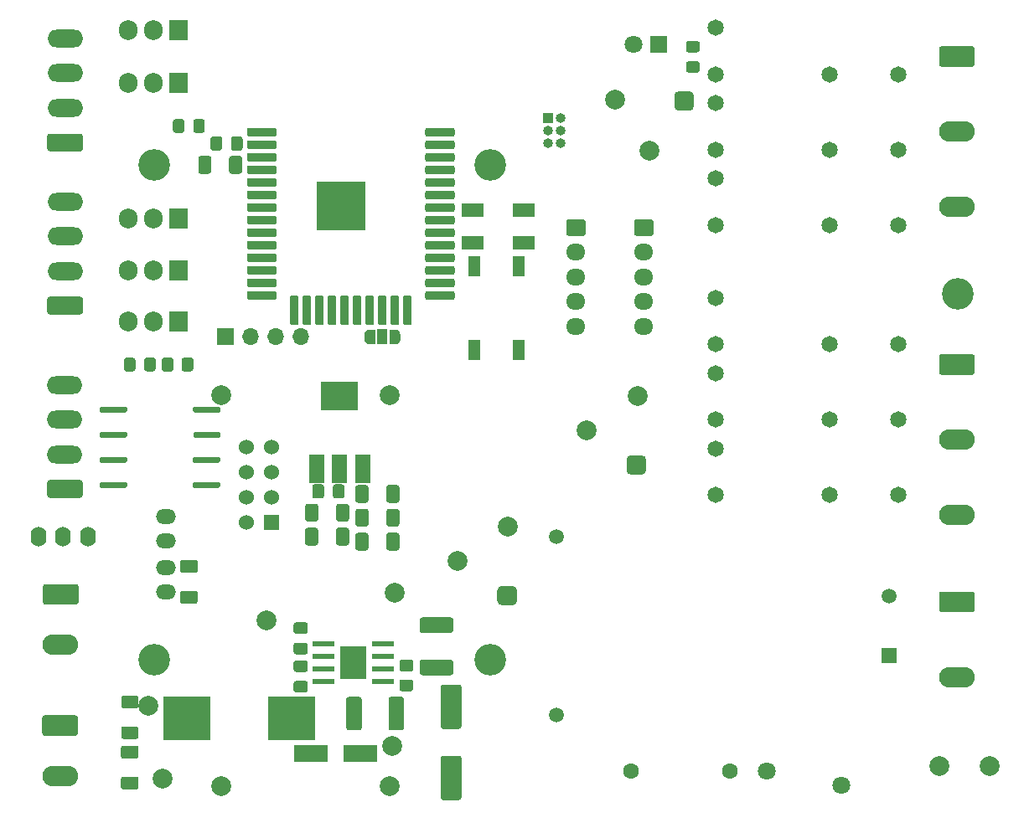
<source format=gts>
G04 #@! TF.GenerationSoftware,KiCad,Pcbnew,(5.1.8)-1*
G04 #@! TF.CreationDate,2021-05-03T11:51:10+02:00*
G04 #@! TF.ProjectId,sensactOutdoor,73656e73-6163-4744-9f75-74646f6f722e,rev?*
G04 #@! TF.SameCoordinates,Original*
G04 #@! TF.FileFunction,Soldermask,Top*
G04 #@! TF.FilePolarity,Negative*
%FSLAX46Y46*%
G04 Gerber Fmt 4.6, Leading zero omitted, Abs format (unit mm)*
G04 Created by KiCad (PCBNEW (5.1.8)-1) date 2021-05-03 11:51:10*
%MOMM*%
%LPD*%
G01*
G04 APERTURE LIST*
%ADD10O,2.000000X1.500000*%
%ADD11R,1.300000X2.000000*%
%ADD12C,2.000000*%
%ADD13R,2.200000X1.400000*%
%ADD14O,1.000000X1.000000*%
%ADD15R,1.000000X1.000000*%
%ADD16C,1.524000*%
%ADD17R,1.524000X1.524000*%
%ADD18C,1.650000*%
%ADD19O,3.600000X1.800000*%
%ADD20O,1.950000X1.700000*%
%ADD21C,1.500000*%
%ADD22R,1.500000X1.500000*%
%ADD23C,1.800000*%
%ADD24O,1.600000X2.000000*%
%ADD25C,1.600000*%
%ADD26O,1.700000X1.700000*%
%ADD27R,1.700000X1.700000*%
%ADD28R,1.000000X1.500000*%
%ADD29C,0.100000*%
%ADD30C,3.200000*%
%ADD31O,3.600000X2.100000*%
%ADD32R,4.800000X4.500000*%
%ADD33R,2.200000X0.600000*%
%ADD34O,1.905000X2.000000*%
%ADD35R,1.905000X2.000000*%
%ADD36R,5.000000X5.000000*%
%ADD37R,1.500000X3.000000*%
%ADD38R,3.800000X3.000000*%
%ADD39R,1.800000X1.800000*%
%ADD40O,3.600000X2.080000*%
%ADD41R,3.500000X1.800000*%
G04 APERTURE END LIST*
D10*
X39751000Y-72517000D03*
X39751000Y-74957000D03*
X39751000Y-77697000D03*
X39751000Y-80137000D03*
D11*
X75402000Y-47235000D03*
X70902000Y-47235000D03*
X70902000Y-55635000D03*
X75402000Y-55635000D03*
D12*
X62348000Y-99760000D03*
X45348000Y-99760000D03*
X45348000Y-60260000D03*
X62348000Y-60260000D03*
D13*
X70679000Y-44829000D03*
X70679000Y-41529000D03*
X75879000Y-41529000D03*
X75879000Y-44829000D03*
D14*
X79629000Y-34798000D03*
X78359000Y-34798000D03*
X79629000Y-33528000D03*
X78359000Y-33528000D03*
X79629000Y-32258000D03*
D15*
X78359000Y-32258000D03*
D16*
X47879000Y-65532000D03*
X50419000Y-65532000D03*
X47879000Y-68072000D03*
X50419000Y-68072000D03*
X47879000Y-70612000D03*
X50419000Y-70612000D03*
X47879000Y-73152000D03*
D17*
X50419000Y-73152000D03*
D18*
X113750000Y-62739000D03*
X106750000Y-62739000D03*
X95250000Y-58039000D03*
X95250000Y-62739000D03*
G36*
G01*
X67729199Y-96701600D02*
X69329201Y-96701600D01*
G75*
G02*
X69579200Y-96951599I0J-249999D01*
G01*
X69579200Y-100951601D01*
G75*
G02*
X69329201Y-101201600I-249999J0D01*
G01*
X67729199Y-101201600D01*
G75*
G02*
X67479200Y-100951601I0J249999D01*
G01*
X67479200Y-96951599D01*
G75*
G02*
X67729199Y-96701600I249999J0D01*
G01*
G37*
G36*
G01*
X67729199Y-89501600D02*
X69329201Y-89501600D01*
G75*
G02*
X69579200Y-89751599I0J-249999D01*
G01*
X69579200Y-93751601D01*
G75*
G02*
X69329201Y-94001600I-249999J0D01*
G01*
X67729199Y-94001600D01*
G75*
G02*
X67479200Y-93751601I0J249999D01*
G01*
X67479200Y-89751599D01*
G75*
G02*
X67729199Y-89501600I249999J0D01*
G01*
G37*
D19*
X29514800Y-59223000D03*
X29514800Y-62723000D03*
X29514800Y-66223000D03*
G36*
G01*
X31064800Y-70623000D02*
X27964800Y-70623000D01*
G75*
G02*
X27714800Y-70373000I0J250000D01*
G01*
X27714800Y-69073000D01*
G75*
G02*
X27964800Y-68823000I250000J0D01*
G01*
X31064800Y-68823000D01*
G75*
G02*
X31314800Y-69073000I0J-250000D01*
G01*
X31314800Y-70373000D01*
G75*
G02*
X31064800Y-70623000I-250000J0D01*
G01*
G37*
D12*
X87349000Y-60310000D03*
X82249000Y-63810000D03*
G36*
G01*
X86749000Y-66310000D02*
X87749000Y-66310000D01*
G75*
G02*
X88249000Y-66810000I0J-500000D01*
G01*
X88249000Y-67810000D01*
G75*
G02*
X87749000Y-68310000I-500000J0D01*
G01*
X86749000Y-68310000D01*
G75*
G02*
X86249000Y-67810000I0J500000D01*
G01*
X86249000Y-66810000D01*
G75*
G02*
X86749000Y-66310000I500000J0D01*
G01*
G37*
X37973000Y-91694000D03*
G36*
G01*
X35791000Y-69179500D02*
X35791000Y-69504500D01*
G75*
G02*
X35628500Y-69667000I-162500J0D01*
G01*
X33203500Y-69667000D01*
G75*
G02*
X33041000Y-69504500I0J162500D01*
G01*
X33041000Y-69179500D01*
G75*
G02*
X33203500Y-69017000I162500J0D01*
G01*
X35628500Y-69017000D01*
G75*
G02*
X35791000Y-69179500I0J-162500D01*
G01*
G37*
G36*
G01*
X35791000Y-66639500D02*
X35791000Y-66964500D01*
G75*
G02*
X35628500Y-67127000I-162500J0D01*
G01*
X33203500Y-67127000D01*
G75*
G02*
X33041000Y-66964500I0J162500D01*
G01*
X33041000Y-66639500D01*
G75*
G02*
X33203500Y-66477000I162500J0D01*
G01*
X35628500Y-66477000D01*
G75*
G02*
X35791000Y-66639500I0J-162500D01*
G01*
G37*
G36*
G01*
X35791000Y-64099500D02*
X35791000Y-64424500D01*
G75*
G02*
X35628500Y-64587000I-162500J0D01*
G01*
X33203500Y-64587000D01*
G75*
G02*
X33041000Y-64424500I0J162500D01*
G01*
X33041000Y-64099500D01*
G75*
G02*
X33203500Y-63937000I162500J0D01*
G01*
X35628500Y-63937000D01*
G75*
G02*
X35791000Y-64099500I0J-162500D01*
G01*
G37*
G36*
G01*
X35791000Y-61559500D02*
X35791000Y-61884500D01*
G75*
G02*
X35628500Y-62047000I-162500J0D01*
G01*
X33203500Y-62047000D01*
G75*
G02*
X33041000Y-61884500I0J162500D01*
G01*
X33041000Y-61559500D01*
G75*
G02*
X33203500Y-61397000I162500J0D01*
G01*
X35628500Y-61397000D01*
G75*
G02*
X35791000Y-61559500I0J-162500D01*
G01*
G37*
G36*
G01*
X45216000Y-61559500D02*
X45216000Y-61884500D01*
G75*
G02*
X45053500Y-62047000I-162500J0D01*
G01*
X42628500Y-62047000D01*
G75*
G02*
X42466000Y-61884500I0J162500D01*
G01*
X42466000Y-61559500D01*
G75*
G02*
X42628500Y-61397000I162500J0D01*
G01*
X45053500Y-61397000D01*
G75*
G02*
X45216000Y-61559500I0J-162500D01*
G01*
G37*
G36*
G01*
X45241000Y-64099500D02*
X45241000Y-64424500D01*
G75*
G02*
X45078500Y-64587000I-162500J0D01*
G01*
X42653500Y-64587000D01*
G75*
G02*
X42491000Y-64424500I0J162500D01*
G01*
X42491000Y-64099500D01*
G75*
G02*
X42653500Y-63937000I162500J0D01*
G01*
X45078500Y-63937000D01*
G75*
G02*
X45241000Y-64099500I0J-162500D01*
G01*
G37*
G36*
G01*
X45191000Y-66639500D02*
X45191000Y-66964500D01*
G75*
G02*
X45028500Y-67127000I-162500J0D01*
G01*
X42603500Y-67127000D01*
G75*
G02*
X42441000Y-66964500I0J162500D01*
G01*
X42441000Y-66639500D01*
G75*
G02*
X42603500Y-66477000I162500J0D01*
G01*
X45028500Y-66477000D01*
G75*
G02*
X45191000Y-66639500I0J-162500D01*
G01*
G37*
G36*
G01*
X45191000Y-69179500D02*
X45191000Y-69504500D01*
G75*
G02*
X45028500Y-69667000I-162500J0D01*
G01*
X42603500Y-69667000D01*
G75*
G02*
X42441000Y-69504500I0J162500D01*
G01*
X42441000Y-69179500D01*
G75*
G02*
X42603500Y-69017000I162500J0D01*
G01*
X45028500Y-69017000D01*
G75*
G02*
X45191000Y-69179500I0J-162500D01*
G01*
G37*
G36*
G01*
X41386998Y-80021000D02*
X42687002Y-80021000D01*
G75*
G02*
X42937000Y-80270998I0J-249998D01*
G01*
X42937000Y-81096002D01*
G75*
G02*
X42687002Y-81346000I-249998J0D01*
G01*
X41386998Y-81346000D01*
G75*
G02*
X41137000Y-81096002I0J249998D01*
G01*
X41137000Y-80270998D01*
G75*
G02*
X41386998Y-80021000I249998J0D01*
G01*
G37*
G36*
G01*
X41386998Y-76896000D02*
X42687002Y-76896000D01*
G75*
G02*
X42937000Y-77145998I0J-249998D01*
G01*
X42937000Y-77971002D01*
G75*
G02*
X42687002Y-78221000I-249998J0D01*
G01*
X41386998Y-78221000D01*
G75*
G02*
X41137000Y-77971002I0J249998D01*
G01*
X41137000Y-77145998D01*
G75*
G02*
X41386998Y-76896000I249998J0D01*
G01*
G37*
D20*
X81153000Y-53307000D03*
X81153000Y-50807000D03*
X81153000Y-48307000D03*
X81153000Y-45807000D03*
G36*
G01*
X80428000Y-42457000D02*
X81878000Y-42457000D01*
G75*
G02*
X82128000Y-42707000I0J-250000D01*
G01*
X82128000Y-43907000D01*
G75*
G02*
X81878000Y-44157000I-250000J0D01*
G01*
X80428000Y-44157000D01*
G75*
G02*
X80178000Y-43907000I0J250000D01*
G01*
X80178000Y-42707000D01*
G75*
G02*
X80428000Y-42457000I250000J0D01*
G01*
G37*
G36*
G01*
X41587000Y-32569999D02*
X41587000Y-33470001D01*
G75*
G02*
X41337001Y-33720000I-249999J0D01*
G01*
X40686999Y-33720000D01*
G75*
G02*
X40437000Y-33470001I0J249999D01*
G01*
X40437000Y-32569999D01*
G75*
G02*
X40686999Y-32320000I249999J0D01*
G01*
X41337001Y-32320000D01*
G75*
G02*
X41587000Y-32569999I0J-249999D01*
G01*
G37*
G36*
G01*
X43637000Y-32569999D02*
X43637000Y-33470001D01*
G75*
G02*
X43387001Y-33720000I-249999J0D01*
G01*
X42736999Y-33720000D01*
G75*
G02*
X42487000Y-33470001I0J249999D01*
G01*
X42487000Y-32569999D01*
G75*
G02*
X42736999Y-32320000I249999J0D01*
G01*
X43387001Y-32320000D01*
G75*
G02*
X43637000Y-32569999I0J-249999D01*
G01*
G37*
G36*
G01*
X37534000Y-57600001D02*
X37534000Y-56699999D01*
G75*
G02*
X37783999Y-56450000I249999J0D01*
G01*
X38434001Y-56450000D01*
G75*
G02*
X38684000Y-56699999I0J-249999D01*
G01*
X38684000Y-57600001D01*
G75*
G02*
X38434001Y-57850000I-249999J0D01*
G01*
X37783999Y-57850000D01*
G75*
G02*
X37534000Y-57600001I0J249999D01*
G01*
G37*
G36*
G01*
X35484000Y-57600001D02*
X35484000Y-56699999D01*
G75*
G02*
X35733999Y-56450000I249999J0D01*
G01*
X36384001Y-56450000D01*
G75*
G02*
X36634000Y-56699999I0J-249999D01*
G01*
X36634000Y-57600001D01*
G75*
G02*
X36384001Y-57850000I-249999J0D01*
G01*
X35733999Y-57850000D01*
G75*
G02*
X35484000Y-57600001I0J249999D01*
G01*
G37*
G36*
G01*
X92513999Y-26485000D02*
X93414001Y-26485000D01*
G75*
G02*
X93664000Y-26734999I0J-249999D01*
G01*
X93664000Y-27385001D01*
G75*
G02*
X93414001Y-27635000I-249999J0D01*
G01*
X92513999Y-27635000D01*
G75*
G02*
X92264000Y-27385001I0J249999D01*
G01*
X92264000Y-26734999D01*
G75*
G02*
X92513999Y-26485000I249999J0D01*
G01*
G37*
G36*
G01*
X92513999Y-24435000D02*
X93414001Y-24435000D01*
G75*
G02*
X93664000Y-24684999I0J-249999D01*
G01*
X93664000Y-25335001D01*
G75*
G02*
X93414001Y-25585000I-249999J0D01*
G01*
X92513999Y-25585000D01*
G75*
G02*
X92264000Y-25335001I0J249999D01*
G01*
X92264000Y-24684999D01*
G75*
G02*
X92513999Y-24435000I249999J0D01*
G01*
G37*
G36*
G01*
X40494000Y-56699999D02*
X40494000Y-57600001D01*
G75*
G02*
X40244001Y-57850000I-249999J0D01*
G01*
X39543999Y-57850000D01*
G75*
G02*
X39294000Y-57600001I0J249999D01*
G01*
X39294000Y-56699999D01*
G75*
G02*
X39543999Y-56450000I249999J0D01*
G01*
X40244001Y-56450000D01*
G75*
G02*
X40494000Y-56699999I0J-249999D01*
G01*
G37*
G36*
G01*
X42494000Y-56699999D02*
X42494000Y-57600001D01*
G75*
G02*
X42244001Y-57850000I-249999J0D01*
G01*
X41543999Y-57850000D01*
G75*
G02*
X41294000Y-57600001I0J249999D01*
G01*
X41294000Y-56699999D01*
G75*
G02*
X41543999Y-56450000I249999J0D01*
G01*
X42244001Y-56450000D01*
G75*
G02*
X42494000Y-56699999I0J-249999D01*
G01*
G37*
D18*
X113750000Y-43053000D03*
X106750000Y-43053000D03*
X95250000Y-38353000D03*
X95250000Y-43053000D03*
D21*
X79212000Y-74566000D03*
X79212000Y-92566000D03*
X112812000Y-80566000D03*
D22*
X112812000Y-86566000D03*
D23*
X107957000Y-99698000D03*
X100457000Y-98298000D03*
D24*
X29337000Y-74549000D03*
X26837000Y-74549000D03*
X31837000Y-74549000D03*
D18*
X113750000Y-70358000D03*
X106750000Y-70358000D03*
X95250000Y-65658000D03*
X95250000Y-70358000D03*
D12*
X85075000Y-30400000D03*
X88575000Y-35500000D03*
G36*
G01*
X91075000Y-31000000D02*
X91075000Y-30000000D01*
G75*
G02*
X91575000Y-29500000I500000J0D01*
G01*
X92575000Y-29500000D01*
G75*
G02*
X93075000Y-30000000I0J-500000D01*
G01*
X93075000Y-31000000D01*
G75*
G02*
X92575000Y-31500000I-500000J0D01*
G01*
X91575000Y-31500000D01*
G75*
G02*
X91075000Y-31000000I0J500000D01*
G01*
G37*
X74295000Y-73518000D03*
X69195000Y-77018000D03*
G36*
G01*
X73695000Y-79518000D02*
X74695000Y-79518000D01*
G75*
G02*
X75195000Y-80018000I0J-500000D01*
G01*
X75195000Y-81018000D01*
G75*
G02*
X74695000Y-81518000I-500000J0D01*
G01*
X73695000Y-81518000D01*
G75*
G02*
X73195000Y-81018000I0J500000D01*
G01*
X73195000Y-80018000D01*
G75*
G02*
X73695000Y-79518000I500000J0D01*
G01*
G37*
D18*
X113750000Y-55118000D03*
X106750000Y-55118000D03*
X95250000Y-50418000D03*
X95250000Y-55118000D03*
X113750000Y-35433000D03*
X106750000Y-35433000D03*
X95250000Y-30733000D03*
X95250000Y-35433000D03*
X113750000Y-27813000D03*
X106750000Y-27813000D03*
X95250000Y-23113000D03*
X95250000Y-27813000D03*
D25*
X86741000Y-98298000D03*
X96741000Y-98298000D03*
D12*
X122936000Y-97790000D03*
X117856000Y-97790000D03*
X39370000Y-99060000D03*
X62611000Y-95758000D03*
D26*
X53340000Y-54356000D03*
X50800000Y-54356000D03*
X48260000Y-54356000D03*
D27*
X45720000Y-54356000D03*
D28*
X61595000Y-54356000D03*
D29*
G36*
X60295000Y-55105398D02*
G01*
X60270466Y-55105398D01*
X60221635Y-55100588D01*
X60173510Y-55091016D01*
X60126555Y-55076772D01*
X60081222Y-55057995D01*
X60037949Y-55034864D01*
X59997150Y-55007604D01*
X59959221Y-54976476D01*
X59924524Y-54941779D01*
X59893396Y-54903850D01*
X59866136Y-54863051D01*
X59843005Y-54819778D01*
X59824228Y-54774445D01*
X59809984Y-54727490D01*
X59800412Y-54679365D01*
X59795602Y-54630534D01*
X59795602Y-54606000D01*
X59795000Y-54606000D01*
X59795000Y-54106000D01*
X59795602Y-54106000D01*
X59795602Y-54081466D01*
X59800412Y-54032635D01*
X59809984Y-53984510D01*
X59824228Y-53937555D01*
X59843005Y-53892222D01*
X59866136Y-53848949D01*
X59893396Y-53808150D01*
X59924524Y-53770221D01*
X59959221Y-53735524D01*
X59997150Y-53704396D01*
X60037949Y-53677136D01*
X60081222Y-53654005D01*
X60126555Y-53635228D01*
X60173510Y-53620984D01*
X60221635Y-53611412D01*
X60270466Y-53606602D01*
X60295000Y-53606602D01*
X60295000Y-53606000D01*
X60845000Y-53606000D01*
X60845000Y-55106000D01*
X60295000Y-55106000D01*
X60295000Y-55105398D01*
G37*
G36*
X62345000Y-53606000D02*
G01*
X62895000Y-53606000D01*
X62895000Y-53606602D01*
X62919534Y-53606602D01*
X62968365Y-53611412D01*
X63016490Y-53620984D01*
X63063445Y-53635228D01*
X63108778Y-53654005D01*
X63152051Y-53677136D01*
X63192850Y-53704396D01*
X63230779Y-53735524D01*
X63265476Y-53770221D01*
X63296604Y-53808150D01*
X63323864Y-53848949D01*
X63346995Y-53892222D01*
X63365772Y-53937555D01*
X63380016Y-53984510D01*
X63389588Y-54032635D01*
X63394398Y-54081466D01*
X63394398Y-54106000D01*
X63395000Y-54106000D01*
X63395000Y-54606000D01*
X63394398Y-54606000D01*
X63394398Y-54630534D01*
X63389588Y-54679365D01*
X63380016Y-54727490D01*
X63365772Y-54774445D01*
X63346995Y-54819778D01*
X63323864Y-54863051D01*
X63296604Y-54903850D01*
X63265476Y-54941779D01*
X63230779Y-54976476D01*
X63192850Y-55007604D01*
X63152051Y-55034864D01*
X63108778Y-55057995D01*
X63063445Y-55076772D01*
X63016490Y-55091016D01*
X62968365Y-55100588D01*
X62919534Y-55105398D01*
X62895000Y-55105398D01*
X62895000Y-55106000D01*
X62345000Y-55106000D01*
X62345000Y-53606000D01*
G37*
G36*
G01*
X61987000Y-75707003D02*
X61987000Y-74406997D01*
G75*
G02*
X62236997Y-74157000I249997J0D01*
G01*
X63062003Y-74157000D01*
G75*
G02*
X63312000Y-74406997I0J-249997D01*
G01*
X63312000Y-75707003D01*
G75*
G02*
X63062003Y-75957000I-249997J0D01*
G01*
X62236997Y-75957000D01*
G75*
G02*
X61987000Y-75707003I0J249997D01*
G01*
G37*
G36*
G01*
X58862000Y-75707003D02*
X58862000Y-74406997D01*
G75*
G02*
X59111997Y-74157000I249997J0D01*
G01*
X59937003Y-74157000D01*
G75*
G02*
X60187000Y-74406997I0J-249997D01*
G01*
X60187000Y-75707003D01*
G75*
G02*
X59937003Y-75957000I-249997J0D01*
G01*
X59111997Y-75957000D01*
G75*
G02*
X58862000Y-75707003I0J249997D01*
G01*
G37*
G36*
G01*
X61987000Y-73294003D02*
X61987000Y-71993997D01*
G75*
G02*
X62236997Y-71744000I249997J0D01*
G01*
X63062003Y-71744000D01*
G75*
G02*
X63312000Y-71993997I0J-249997D01*
G01*
X63312000Y-73294003D01*
G75*
G02*
X63062003Y-73544000I-249997J0D01*
G01*
X62236997Y-73544000D01*
G75*
G02*
X61987000Y-73294003I0J249997D01*
G01*
G37*
G36*
G01*
X58862000Y-73294003D02*
X58862000Y-71993997D01*
G75*
G02*
X59111997Y-71744000I249997J0D01*
G01*
X59937003Y-71744000D01*
G75*
G02*
X60187000Y-71993997I0J-249997D01*
G01*
X60187000Y-73294003D01*
G75*
G02*
X59937003Y-73544000I-249997J0D01*
G01*
X59111997Y-73544000D01*
G75*
G02*
X58862000Y-73294003I0J249997D01*
G01*
G37*
D12*
X62865000Y-80264000D03*
X49911000Y-83058000D03*
D30*
X119761000Y-50038000D03*
D31*
X119634000Y-88773000D03*
G36*
G01*
X118083999Y-80103000D02*
X121184001Y-80103000D01*
G75*
G02*
X121434000Y-80352999I0J-249999D01*
G01*
X121434000Y-81953001D01*
G75*
G02*
X121184001Y-82203000I-249999J0D01*
G01*
X118083999Y-82203000D01*
G75*
G02*
X117834000Y-81953001I0J249999D01*
G01*
X117834000Y-80352999D01*
G75*
G02*
X118083999Y-80103000I249999J0D01*
G01*
G37*
X119634000Y-72390000D03*
X119634000Y-64770000D03*
G36*
G01*
X118083999Y-56100000D02*
X121184001Y-56100000D01*
G75*
G02*
X121434000Y-56349999I0J-249999D01*
G01*
X121434000Y-57950001D01*
G75*
G02*
X121184001Y-58200000I-249999J0D01*
G01*
X118083999Y-58200000D01*
G75*
G02*
X117834000Y-57950001I0J249999D01*
G01*
X117834000Y-56349999D01*
G75*
G02*
X118083999Y-56100000I249999J0D01*
G01*
G37*
X119634000Y-41240000D03*
X119634000Y-33620000D03*
G36*
G01*
X118083999Y-24950000D02*
X121184001Y-24950000D01*
G75*
G02*
X121434000Y-25199999I0J-249999D01*
G01*
X121434000Y-26800001D01*
G75*
G02*
X121184001Y-27050000I-249999J0D01*
G01*
X118083999Y-27050000D01*
G75*
G02*
X117834000Y-26800001I0J249999D01*
G01*
X117834000Y-25199999D01*
G75*
G02*
X118083999Y-24950000I249999J0D01*
G01*
G37*
D32*
X52408400Y-92964000D03*
X41808400Y-92964000D03*
D29*
G36*
X59923200Y-85675200D02*
G01*
X59923200Y-88975200D01*
X57323200Y-88975200D01*
X57323200Y-85675200D01*
X59923200Y-85675200D01*
G37*
D33*
X55623200Y-89230200D03*
X55623200Y-87960200D03*
X55623200Y-86690200D03*
X55623200Y-85420200D03*
X61623200Y-85420200D03*
X61623200Y-86690200D03*
X61623200Y-87960200D03*
X61623200Y-89230200D03*
D34*
X35941000Y-28702000D03*
X38481000Y-28702000D03*
D35*
X41021000Y-28702000D03*
G36*
G01*
X68904000Y-33423000D02*
X68904000Y-33873000D01*
G75*
G02*
X68679000Y-34098000I-225000J0D01*
G01*
X66129000Y-34098000D01*
G75*
G02*
X65904000Y-33873000I0J225000D01*
G01*
X65904000Y-33423000D01*
G75*
G02*
X66129000Y-33198000I225000J0D01*
G01*
X68679000Y-33198000D01*
G75*
G02*
X68904000Y-33423000I0J-225000D01*
G01*
G37*
G36*
G01*
X68904000Y-34693000D02*
X68904000Y-35143000D01*
G75*
G02*
X68679000Y-35368000I-225000J0D01*
G01*
X66129000Y-35368000D01*
G75*
G02*
X65904000Y-35143000I0J225000D01*
G01*
X65904000Y-34693000D01*
G75*
G02*
X66129000Y-34468000I225000J0D01*
G01*
X68679000Y-34468000D01*
G75*
G02*
X68904000Y-34693000I0J-225000D01*
G01*
G37*
G36*
G01*
X68904000Y-35963000D02*
X68904000Y-36413000D01*
G75*
G02*
X68679000Y-36638000I-225000J0D01*
G01*
X66129000Y-36638000D01*
G75*
G02*
X65904000Y-36413000I0J225000D01*
G01*
X65904000Y-35963000D01*
G75*
G02*
X66129000Y-35738000I225000J0D01*
G01*
X68679000Y-35738000D01*
G75*
G02*
X68904000Y-35963000I0J-225000D01*
G01*
G37*
G36*
G01*
X68904000Y-37233000D02*
X68904000Y-37683000D01*
G75*
G02*
X68679000Y-37908000I-225000J0D01*
G01*
X66129000Y-37908000D01*
G75*
G02*
X65904000Y-37683000I0J225000D01*
G01*
X65904000Y-37233000D01*
G75*
G02*
X66129000Y-37008000I225000J0D01*
G01*
X68679000Y-37008000D01*
G75*
G02*
X68904000Y-37233000I0J-225000D01*
G01*
G37*
G36*
G01*
X68904000Y-38503000D02*
X68904000Y-38953000D01*
G75*
G02*
X68679000Y-39178000I-225000J0D01*
G01*
X66129000Y-39178000D01*
G75*
G02*
X65904000Y-38953000I0J225000D01*
G01*
X65904000Y-38503000D01*
G75*
G02*
X66129000Y-38278000I225000J0D01*
G01*
X68679000Y-38278000D01*
G75*
G02*
X68904000Y-38503000I0J-225000D01*
G01*
G37*
G36*
G01*
X68904000Y-39773000D02*
X68904000Y-40223000D01*
G75*
G02*
X68679000Y-40448000I-225000J0D01*
G01*
X66129000Y-40448000D01*
G75*
G02*
X65904000Y-40223000I0J225000D01*
G01*
X65904000Y-39773000D01*
G75*
G02*
X66129000Y-39548000I225000J0D01*
G01*
X68679000Y-39548000D01*
G75*
G02*
X68904000Y-39773000I0J-225000D01*
G01*
G37*
G36*
G01*
X68904000Y-41043000D02*
X68904000Y-41493000D01*
G75*
G02*
X68679000Y-41718000I-225000J0D01*
G01*
X66129000Y-41718000D01*
G75*
G02*
X65904000Y-41493000I0J225000D01*
G01*
X65904000Y-41043000D01*
G75*
G02*
X66129000Y-40818000I225000J0D01*
G01*
X68679000Y-40818000D01*
G75*
G02*
X68904000Y-41043000I0J-225000D01*
G01*
G37*
G36*
G01*
X68904000Y-42313000D02*
X68904000Y-42763000D01*
G75*
G02*
X68679000Y-42988000I-225000J0D01*
G01*
X66129000Y-42988000D01*
G75*
G02*
X65904000Y-42763000I0J225000D01*
G01*
X65904000Y-42313000D01*
G75*
G02*
X66129000Y-42088000I225000J0D01*
G01*
X68679000Y-42088000D01*
G75*
G02*
X68904000Y-42313000I0J-225000D01*
G01*
G37*
G36*
G01*
X68904000Y-43583000D02*
X68904000Y-44033000D01*
G75*
G02*
X68679000Y-44258000I-225000J0D01*
G01*
X66129000Y-44258000D01*
G75*
G02*
X65904000Y-44033000I0J225000D01*
G01*
X65904000Y-43583000D01*
G75*
G02*
X66129000Y-43358000I225000J0D01*
G01*
X68679000Y-43358000D01*
G75*
G02*
X68904000Y-43583000I0J-225000D01*
G01*
G37*
G36*
G01*
X68904000Y-44853000D02*
X68904000Y-45303000D01*
G75*
G02*
X68679000Y-45528000I-225000J0D01*
G01*
X66129000Y-45528000D01*
G75*
G02*
X65904000Y-45303000I0J225000D01*
G01*
X65904000Y-44853000D01*
G75*
G02*
X66129000Y-44628000I225000J0D01*
G01*
X68679000Y-44628000D01*
G75*
G02*
X68904000Y-44853000I0J-225000D01*
G01*
G37*
G36*
G01*
X68904000Y-46123000D02*
X68904000Y-46573000D01*
G75*
G02*
X68679000Y-46798000I-225000J0D01*
G01*
X66129000Y-46798000D01*
G75*
G02*
X65904000Y-46573000I0J225000D01*
G01*
X65904000Y-46123000D01*
G75*
G02*
X66129000Y-45898000I225000J0D01*
G01*
X68679000Y-45898000D01*
G75*
G02*
X68904000Y-46123000I0J-225000D01*
G01*
G37*
G36*
G01*
X68904000Y-47393000D02*
X68904000Y-47843000D01*
G75*
G02*
X68679000Y-48068000I-225000J0D01*
G01*
X66129000Y-48068000D01*
G75*
G02*
X65904000Y-47843000I0J225000D01*
G01*
X65904000Y-47393000D01*
G75*
G02*
X66129000Y-47168000I225000J0D01*
G01*
X68679000Y-47168000D01*
G75*
G02*
X68904000Y-47393000I0J-225000D01*
G01*
G37*
G36*
G01*
X68904000Y-48663000D02*
X68904000Y-49113000D01*
G75*
G02*
X68679000Y-49338000I-225000J0D01*
G01*
X66129000Y-49338000D01*
G75*
G02*
X65904000Y-49113000I0J225000D01*
G01*
X65904000Y-48663000D01*
G75*
G02*
X66129000Y-48438000I225000J0D01*
G01*
X68679000Y-48438000D01*
G75*
G02*
X68904000Y-48663000I0J-225000D01*
G01*
G37*
G36*
G01*
X68904000Y-49933000D02*
X68904000Y-50383000D01*
G75*
G02*
X68679000Y-50608000I-225000J0D01*
G01*
X66129000Y-50608000D01*
G75*
G02*
X65904000Y-50383000I0J225000D01*
G01*
X65904000Y-49933000D01*
G75*
G02*
X66129000Y-49708000I225000J0D01*
G01*
X68679000Y-49708000D01*
G75*
G02*
X68904000Y-49933000I0J-225000D01*
G01*
G37*
G36*
G01*
X64344000Y-53158000D02*
X63894000Y-53158000D01*
G75*
G02*
X63669000Y-52933000I0J225000D01*
G01*
X63669000Y-50383000D01*
G75*
G02*
X63894000Y-50158000I225000J0D01*
G01*
X64344000Y-50158000D01*
G75*
G02*
X64569000Y-50383000I0J-225000D01*
G01*
X64569000Y-52933000D01*
G75*
G02*
X64344000Y-53158000I-225000J0D01*
G01*
G37*
G36*
G01*
X63074000Y-53158000D02*
X62624000Y-53158000D01*
G75*
G02*
X62399000Y-52933000I0J225000D01*
G01*
X62399000Y-50383000D01*
G75*
G02*
X62624000Y-50158000I225000J0D01*
G01*
X63074000Y-50158000D01*
G75*
G02*
X63299000Y-50383000I0J-225000D01*
G01*
X63299000Y-52933000D01*
G75*
G02*
X63074000Y-53158000I-225000J0D01*
G01*
G37*
G36*
G01*
X61804000Y-53158000D02*
X61354000Y-53158000D01*
G75*
G02*
X61129000Y-52933000I0J225000D01*
G01*
X61129000Y-50383000D01*
G75*
G02*
X61354000Y-50158000I225000J0D01*
G01*
X61804000Y-50158000D01*
G75*
G02*
X62029000Y-50383000I0J-225000D01*
G01*
X62029000Y-52933000D01*
G75*
G02*
X61804000Y-53158000I-225000J0D01*
G01*
G37*
G36*
G01*
X60534000Y-53158000D02*
X60084000Y-53158000D01*
G75*
G02*
X59859000Y-52933000I0J225000D01*
G01*
X59859000Y-50383000D01*
G75*
G02*
X60084000Y-50158000I225000J0D01*
G01*
X60534000Y-50158000D01*
G75*
G02*
X60759000Y-50383000I0J-225000D01*
G01*
X60759000Y-52933000D01*
G75*
G02*
X60534000Y-53158000I-225000J0D01*
G01*
G37*
G36*
G01*
X59264000Y-53158000D02*
X58814000Y-53158000D01*
G75*
G02*
X58589000Y-52933000I0J225000D01*
G01*
X58589000Y-50383000D01*
G75*
G02*
X58814000Y-50158000I225000J0D01*
G01*
X59264000Y-50158000D01*
G75*
G02*
X59489000Y-50383000I0J-225000D01*
G01*
X59489000Y-52933000D01*
G75*
G02*
X59264000Y-53158000I-225000J0D01*
G01*
G37*
G36*
G01*
X57994000Y-53158000D02*
X57544000Y-53158000D01*
G75*
G02*
X57319000Y-52933000I0J225000D01*
G01*
X57319000Y-50383000D01*
G75*
G02*
X57544000Y-50158000I225000J0D01*
G01*
X57994000Y-50158000D01*
G75*
G02*
X58219000Y-50383000I0J-225000D01*
G01*
X58219000Y-52933000D01*
G75*
G02*
X57994000Y-53158000I-225000J0D01*
G01*
G37*
G36*
G01*
X56724000Y-53158000D02*
X56274000Y-53158000D01*
G75*
G02*
X56049000Y-52933000I0J225000D01*
G01*
X56049000Y-50383000D01*
G75*
G02*
X56274000Y-50158000I225000J0D01*
G01*
X56724000Y-50158000D01*
G75*
G02*
X56949000Y-50383000I0J-225000D01*
G01*
X56949000Y-52933000D01*
G75*
G02*
X56724000Y-53158000I-225000J0D01*
G01*
G37*
G36*
G01*
X55454000Y-53158000D02*
X55004000Y-53158000D01*
G75*
G02*
X54779000Y-52933000I0J225000D01*
G01*
X54779000Y-50383000D01*
G75*
G02*
X55004000Y-50158000I225000J0D01*
G01*
X55454000Y-50158000D01*
G75*
G02*
X55679000Y-50383000I0J-225000D01*
G01*
X55679000Y-52933000D01*
G75*
G02*
X55454000Y-53158000I-225000J0D01*
G01*
G37*
G36*
G01*
X54184000Y-53158000D02*
X53734000Y-53158000D01*
G75*
G02*
X53509000Y-52933000I0J225000D01*
G01*
X53509000Y-50383000D01*
G75*
G02*
X53734000Y-50158000I225000J0D01*
G01*
X54184000Y-50158000D01*
G75*
G02*
X54409000Y-50383000I0J-225000D01*
G01*
X54409000Y-52933000D01*
G75*
G02*
X54184000Y-53158000I-225000J0D01*
G01*
G37*
G36*
G01*
X52914000Y-53158000D02*
X52464000Y-53158000D01*
G75*
G02*
X52239000Y-52933000I0J225000D01*
G01*
X52239000Y-50383000D01*
G75*
G02*
X52464000Y-50158000I225000J0D01*
G01*
X52914000Y-50158000D01*
G75*
G02*
X53139000Y-50383000I0J-225000D01*
G01*
X53139000Y-52933000D01*
G75*
G02*
X52914000Y-53158000I-225000J0D01*
G01*
G37*
G36*
G01*
X47904000Y-50383000D02*
X47904000Y-49933000D01*
G75*
G02*
X48129000Y-49708000I225000J0D01*
G01*
X50679000Y-49708000D01*
G75*
G02*
X50904000Y-49933000I0J-225000D01*
G01*
X50904000Y-50383000D01*
G75*
G02*
X50679000Y-50608000I-225000J0D01*
G01*
X48129000Y-50608000D01*
G75*
G02*
X47904000Y-50383000I0J225000D01*
G01*
G37*
G36*
G01*
X47904000Y-49113000D02*
X47904000Y-48663000D01*
G75*
G02*
X48129000Y-48438000I225000J0D01*
G01*
X50679000Y-48438000D01*
G75*
G02*
X50904000Y-48663000I0J-225000D01*
G01*
X50904000Y-49113000D01*
G75*
G02*
X50679000Y-49338000I-225000J0D01*
G01*
X48129000Y-49338000D01*
G75*
G02*
X47904000Y-49113000I0J225000D01*
G01*
G37*
G36*
G01*
X47904000Y-47843000D02*
X47904000Y-47393000D01*
G75*
G02*
X48129000Y-47168000I225000J0D01*
G01*
X50679000Y-47168000D01*
G75*
G02*
X50904000Y-47393000I0J-225000D01*
G01*
X50904000Y-47843000D01*
G75*
G02*
X50679000Y-48068000I-225000J0D01*
G01*
X48129000Y-48068000D01*
G75*
G02*
X47904000Y-47843000I0J225000D01*
G01*
G37*
G36*
G01*
X47904000Y-46573000D02*
X47904000Y-46123000D01*
G75*
G02*
X48129000Y-45898000I225000J0D01*
G01*
X50679000Y-45898000D01*
G75*
G02*
X50904000Y-46123000I0J-225000D01*
G01*
X50904000Y-46573000D01*
G75*
G02*
X50679000Y-46798000I-225000J0D01*
G01*
X48129000Y-46798000D01*
G75*
G02*
X47904000Y-46573000I0J225000D01*
G01*
G37*
G36*
G01*
X47904000Y-45303000D02*
X47904000Y-44853000D01*
G75*
G02*
X48129000Y-44628000I225000J0D01*
G01*
X50679000Y-44628000D01*
G75*
G02*
X50904000Y-44853000I0J-225000D01*
G01*
X50904000Y-45303000D01*
G75*
G02*
X50679000Y-45528000I-225000J0D01*
G01*
X48129000Y-45528000D01*
G75*
G02*
X47904000Y-45303000I0J225000D01*
G01*
G37*
G36*
G01*
X47904000Y-44033000D02*
X47904000Y-43583000D01*
G75*
G02*
X48129000Y-43358000I225000J0D01*
G01*
X50679000Y-43358000D01*
G75*
G02*
X50904000Y-43583000I0J-225000D01*
G01*
X50904000Y-44033000D01*
G75*
G02*
X50679000Y-44258000I-225000J0D01*
G01*
X48129000Y-44258000D01*
G75*
G02*
X47904000Y-44033000I0J225000D01*
G01*
G37*
G36*
G01*
X47904000Y-42763000D02*
X47904000Y-42313000D01*
G75*
G02*
X48129000Y-42088000I225000J0D01*
G01*
X50679000Y-42088000D01*
G75*
G02*
X50904000Y-42313000I0J-225000D01*
G01*
X50904000Y-42763000D01*
G75*
G02*
X50679000Y-42988000I-225000J0D01*
G01*
X48129000Y-42988000D01*
G75*
G02*
X47904000Y-42763000I0J225000D01*
G01*
G37*
G36*
G01*
X47904000Y-41493000D02*
X47904000Y-41043000D01*
G75*
G02*
X48129000Y-40818000I225000J0D01*
G01*
X50679000Y-40818000D01*
G75*
G02*
X50904000Y-41043000I0J-225000D01*
G01*
X50904000Y-41493000D01*
G75*
G02*
X50679000Y-41718000I-225000J0D01*
G01*
X48129000Y-41718000D01*
G75*
G02*
X47904000Y-41493000I0J225000D01*
G01*
G37*
G36*
G01*
X47904000Y-40223000D02*
X47904000Y-39773000D01*
G75*
G02*
X48129000Y-39548000I225000J0D01*
G01*
X50679000Y-39548000D01*
G75*
G02*
X50904000Y-39773000I0J-225000D01*
G01*
X50904000Y-40223000D01*
G75*
G02*
X50679000Y-40448000I-225000J0D01*
G01*
X48129000Y-40448000D01*
G75*
G02*
X47904000Y-40223000I0J225000D01*
G01*
G37*
G36*
G01*
X47904000Y-38953000D02*
X47904000Y-38503000D01*
G75*
G02*
X48129000Y-38278000I225000J0D01*
G01*
X50679000Y-38278000D01*
G75*
G02*
X50904000Y-38503000I0J-225000D01*
G01*
X50904000Y-38953000D01*
G75*
G02*
X50679000Y-39178000I-225000J0D01*
G01*
X48129000Y-39178000D01*
G75*
G02*
X47904000Y-38953000I0J225000D01*
G01*
G37*
G36*
G01*
X47904000Y-37683000D02*
X47904000Y-37233000D01*
G75*
G02*
X48129000Y-37008000I225000J0D01*
G01*
X50679000Y-37008000D01*
G75*
G02*
X50904000Y-37233000I0J-225000D01*
G01*
X50904000Y-37683000D01*
G75*
G02*
X50679000Y-37908000I-225000J0D01*
G01*
X48129000Y-37908000D01*
G75*
G02*
X47904000Y-37683000I0J225000D01*
G01*
G37*
G36*
G01*
X47904000Y-36413000D02*
X47904000Y-35963000D01*
G75*
G02*
X48129000Y-35738000I225000J0D01*
G01*
X50679000Y-35738000D01*
G75*
G02*
X50904000Y-35963000I0J-225000D01*
G01*
X50904000Y-36413000D01*
G75*
G02*
X50679000Y-36638000I-225000J0D01*
G01*
X48129000Y-36638000D01*
G75*
G02*
X47904000Y-36413000I0J225000D01*
G01*
G37*
G36*
G01*
X47904000Y-35143000D02*
X47904000Y-34693000D01*
G75*
G02*
X48129000Y-34468000I225000J0D01*
G01*
X50679000Y-34468000D01*
G75*
G02*
X50904000Y-34693000I0J-225000D01*
G01*
X50904000Y-35143000D01*
G75*
G02*
X50679000Y-35368000I-225000J0D01*
G01*
X48129000Y-35368000D01*
G75*
G02*
X47904000Y-35143000I0J225000D01*
G01*
G37*
G36*
G01*
X47904000Y-33873000D02*
X47904000Y-33423000D01*
G75*
G02*
X48129000Y-33198000I225000J0D01*
G01*
X50679000Y-33198000D01*
G75*
G02*
X50904000Y-33423000I0J-225000D01*
G01*
X50904000Y-33873000D01*
G75*
G02*
X50679000Y-34098000I-225000J0D01*
G01*
X48129000Y-34098000D01*
G75*
G02*
X47904000Y-33873000I0J225000D01*
G01*
G37*
D36*
X57404000Y-41148000D03*
G36*
G01*
X44312000Y-36306997D02*
X44312000Y-37607003D01*
G75*
G02*
X44062003Y-37857000I-249997J0D01*
G01*
X43236997Y-37857000D01*
G75*
G02*
X42987000Y-37607003I0J249997D01*
G01*
X42987000Y-36306997D01*
G75*
G02*
X43236997Y-36057000I249997J0D01*
G01*
X44062003Y-36057000D01*
G75*
G02*
X44312000Y-36306997I0J-249997D01*
G01*
G37*
G36*
G01*
X47437000Y-36306997D02*
X47437000Y-37607003D01*
G75*
G02*
X47187003Y-37857000I-249997J0D01*
G01*
X46361997Y-37857000D01*
G75*
G02*
X46112000Y-37607003I0J249997D01*
G01*
X46112000Y-36306997D01*
G75*
G02*
X46361997Y-36057000I249997J0D01*
G01*
X47187003Y-36057000D01*
G75*
G02*
X47437000Y-36306997I0J-249997D01*
G01*
G37*
G36*
G01*
X45397000Y-34323000D02*
X45397000Y-35273000D01*
G75*
G02*
X45147000Y-35523000I-250000J0D01*
G01*
X44472000Y-35523000D01*
G75*
G02*
X44222000Y-35273000I0J250000D01*
G01*
X44222000Y-34323000D01*
G75*
G02*
X44472000Y-34073000I250000J0D01*
G01*
X45147000Y-34073000D01*
G75*
G02*
X45397000Y-34323000I0J-250000D01*
G01*
G37*
G36*
G01*
X47472000Y-34323000D02*
X47472000Y-35273000D01*
G75*
G02*
X47222000Y-35523000I-250000J0D01*
G01*
X46547000Y-35523000D01*
G75*
G02*
X46297000Y-35273000I0J250000D01*
G01*
X46297000Y-34323000D01*
G75*
G02*
X46547000Y-34073000I250000J0D01*
G01*
X47222000Y-34073000D01*
G75*
G02*
X47472000Y-34323000I0J-250000D01*
G01*
G37*
D20*
X88011000Y-53307000D03*
X88011000Y-50807000D03*
X88011000Y-48307000D03*
X88011000Y-45807000D03*
G36*
G01*
X87286000Y-42457000D02*
X88736000Y-42457000D01*
G75*
G02*
X88986000Y-42707000I0J-250000D01*
G01*
X88986000Y-43907000D01*
G75*
G02*
X88736000Y-44157000I-250000J0D01*
G01*
X87286000Y-44157000D01*
G75*
G02*
X87036000Y-43907000I0J250000D01*
G01*
X87036000Y-42707000D01*
G75*
G02*
X87286000Y-42457000I250000J0D01*
G01*
G37*
D19*
X29527500Y-40690800D03*
X29527500Y-44190800D03*
X29527500Y-47690800D03*
G36*
G01*
X31077500Y-52090800D02*
X27977500Y-52090800D01*
G75*
G02*
X27727500Y-51840800I0J250000D01*
G01*
X27727500Y-50540800D01*
G75*
G02*
X27977500Y-50290800I250000J0D01*
G01*
X31077500Y-50290800D01*
G75*
G02*
X31327500Y-50540800I0J-250000D01*
G01*
X31327500Y-51840800D01*
G75*
G02*
X31077500Y-52090800I-250000J0D01*
G01*
G37*
D30*
X38500000Y-87000000D03*
D37*
X54977000Y-67658000D03*
X59577000Y-67658000D03*
X57277000Y-67658000D03*
D38*
X57277000Y-60358000D03*
D23*
X86995000Y-24765000D03*
D39*
X89535000Y-24765000D03*
G36*
G01*
X55107000Y-73898997D02*
X55107000Y-75199003D01*
G75*
G02*
X54857003Y-75449000I-249997J0D01*
G01*
X54031997Y-75449000D01*
G75*
G02*
X53782000Y-75199003I0J249997D01*
G01*
X53782000Y-73898997D01*
G75*
G02*
X54031997Y-73649000I249997J0D01*
G01*
X54857003Y-73649000D01*
G75*
G02*
X55107000Y-73898997I0J-249997D01*
G01*
G37*
G36*
G01*
X58232000Y-73898997D02*
X58232000Y-75199003D01*
G75*
G02*
X57982003Y-75449000I-249997J0D01*
G01*
X57156997Y-75449000D01*
G75*
G02*
X56907000Y-75199003I0J249997D01*
G01*
X56907000Y-73898997D01*
G75*
G02*
X57156997Y-73649000I249997J0D01*
G01*
X57982003Y-73649000D01*
G75*
G02*
X58232000Y-73898997I0J-249997D01*
G01*
G37*
D30*
X72500000Y-87000000D03*
G36*
G01*
X55107000Y-71485997D02*
X55107000Y-72786003D01*
G75*
G02*
X54857003Y-73036000I-249997J0D01*
G01*
X54031997Y-73036000D01*
G75*
G02*
X53782000Y-72786003I0J249997D01*
G01*
X53782000Y-71485997D01*
G75*
G02*
X54031997Y-71236000I249997J0D01*
G01*
X54857003Y-71236000D01*
G75*
G02*
X55107000Y-71485997I0J-249997D01*
G01*
G37*
G36*
G01*
X58232000Y-71485997D02*
X58232000Y-72786003D01*
G75*
G02*
X57982003Y-73036000I-249997J0D01*
G01*
X57156997Y-73036000D01*
G75*
G02*
X56907000Y-72786003I0J249997D01*
G01*
X56907000Y-71485997D01*
G75*
G02*
X57156997Y-71236000I249997J0D01*
G01*
X57982003Y-71236000D01*
G75*
G02*
X58232000Y-71485997I0J-249997D01*
G01*
G37*
G36*
G01*
X55684000Y-69502000D02*
X55684000Y-70452000D01*
G75*
G02*
X55434000Y-70702000I-250000J0D01*
G01*
X54759000Y-70702000D01*
G75*
G02*
X54509000Y-70452000I0J250000D01*
G01*
X54509000Y-69502000D01*
G75*
G02*
X54759000Y-69252000I250000J0D01*
G01*
X55434000Y-69252000D01*
G75*
G02*
X55684000Y-69502000I0J-250000D01*
G01*
G37*
G36*
G01*
X57759000Y-69502000D02*
X57759000Y-70452000D01*
G75*
G02*
X57509000Y-70702000I-250000J0D01*
G01*
X56834000Y-70702000D01*
G75*
G02*
X56584000Y-70452000I0J250000D01*
G01*
X56584000Y-69502000D01*
G75*
G02*
X56834000Y-69252000I250000J0D01*
G01*
X57509000Y-69252000D01*
G75*
G02*
X57759000Y-69502000I0J-250000D01*
G01*
G37*
G36*
G01*
X61987000Y-70881003D02*
X61987000Y-69580997D01*
G75*
G02*
X62236997Y-69331000I249997J0D01*
G01*
X63062003Y-69331000D01*
G75*
G02*
X63312000Y-69580997I0J-249997D01*
G01*
X63312000Y-70881003D01*
G75*
G02*
X63062003Y-71131000I-249997J0D01*
G01*
X62236997Y-71131000D01*
G75*
G02*
X61987000Y-70881003I0J249997D01*
G01*
G37*
G36*
G01*
X58862000Y-70881003D02*
X58862000Y-69580997D01*
G75*
G02*
X59111997Y-69331000I249997J0D01*
G01*
X59937003Y-69331000D01*
G75*
G02*
X60187000Y-69580997I0J-249997D01*
G01*
X60187000Y-70881003D01*
G75*
G02*
X59937003Y-71131000I-249997J0D01*
G01*
X59111997Y-71131000D01*
G75*
G02*
X58862000Y-70881003I0J249997D01*
G01*
G37*
D34*
X35941000Y-42367200D03*
X38481000Y-42367200D03*
D35*
X41021000Y-42367200D03*
G36*
G01*
X52865000Y-85286000D02*
X53815000Y-85286000D01*
G75*
G02*
X54065000Y-85536000I0J-250000D01*
G01*
X54065000Y-86211000D01*
G75*
G02*
X53815000Y-86461000I-250000J0D01*
G01*
X52865000Y-86461000D01*
G75*
G02*
X52615000Y-86211000I0J250000D01*
G01*
X52615000Y-85536000D01*
G75*
G02*
X52865000Y-85286000I250000J0D01*
G01*
G37*
G36*
G01*
X52865000Y-83211000D02*
X53815000Y-83211000D01*
G75*
G02*
X54065000Y-83461000I0J-250000D01*
G01*
X54065000Y-84136000D01*
G75*
G02*
X53815000Y-84386000I-250000J0D01*
G01*
X52865000Y-84386000D01*
G75*
G02*
X52615000Y-84136000I0J250000D01*
G01*
X52615000Y-83461000D01*
G75*
G02*
X52865000Y-83211000I250000J0D01*
G01*
G37*
G36*
G01*
X35442999Y-93737000D02*
X36693001Y-93737000D01*
G75*
G02*
X36943000Y-93986999I0J-249999D01*
G01*
X36943000Y-94787001D01*
G75*
G02*
X36693001Y-95037000I-249999J0D01*
G01*
X35442999Y-95037000D01*
G75*
G02*
X35193000Y-94787001I0J249999D01*
G01*
X35193000Y-93986999D01*
G75*
G02*
X35442999Y-93737000I249999J0D01*
G01*
G37*
G36*
G01*
X35442999Y-90637000D02*
X36693001Y-90637000D01*
G75*
G02*
X36943000Y-90886999I0J-249999D01*
G01*
X36943000Y-91687001D01*
G75*
G02*
X36693001Y-91937000I-249999J0D01*
G01*
X35442999Y-91937000D01*
G75*
G02*
X35193000Y-91687001I0J249999D01*
G01*
X35193000Y-90886999D01*
G75*
G02*
X35442999Y-90637000I249999J0D01*
G01*
G37*
G36*
G01*
X63557999Y-88995200D02*
X64458001Y-88995200D01*
G75*
G02*
X64708000Y-89245199I0J-249999D01*
G01*
X64708000Y-89945201D01*
G75*
G02*
X64458001Y-90195200I-249999J0D01*
G01*
X63557999Y-90195200D01*
G75*
G02*
X63308000Y-89945201I0J249999D01*
G01*
X63308000Y-89245199D01*
G75*
G02*
X63557999Y-88995200I249999J0D01*
G01*
G37*
G36*
G01*
X63557999Y-86995200D02*
X64458001Y-86995200D01*
G75*
G02*
X64708000Y-87245199I0J-249999D01*
G01*
X64708000Y-87945201D01*
G75*
G02*
X64458001Y-88195200I-249999J0D01*
G01*
X63557999Y-88195200D01*
G75*
G02*
X63308000Y-87945201I0J249999D01*
G01*
X63308000Y-87245199D01*
G75*
G02*
X63557999Y-86995200I249999J0D01*
G01*
G37*
D34*
X35941000Y-47599600D03*
X38481000Y-47599600D03*
D35*
X41021000Y-47599600D03*
D34*
X35941000Y-23368000D03*
X38481000Y-23368000D03*
D35*
X41021000Y-23368000D03*
D34*
X35941000Y-52832000D03*
X38481000Y-52832000D03*
D35*
X41021000Y-52832000D03*
D19*
X29527500Y-24193500D03*
X29527500Y-27693500D03*
X29527500Y-31193500D03*
G36*
G01*
X31077500Y-35593500D02*
X27977500Y-35593500D01*
G75*
G02*
X27727500Y-35343500I0J250000D01*
G01*
X27727500Y-34043500D01*
G75*
G02*
X27977500Y-33793500I250000J0D01*
G01*
X31077500Y-33793500D01*
G75*
G02*
X31327500Y-34043500I0J-250000D01*
G01*
X31327500Y-35343500D01*
G75*
G02*
X31077500Y-35593500I-250000J0D01*
G01*
G37*
D40*
X29019500Y-98742500D03*
G36*
G01*
X27469497Y-92622500D02*
X30569503Y-92622500D01*
G75*
G02*
X30819500Y-92872497I0J-249997D01*
G01*
X30819500Y-94452503D01*
G75*
G02*
X30569503Y-94702500I-249997J0D01*
G01*
X27469497Y-94702500D01*
G75*
G02*
X27219500Y-94452503I0J249997D01*
G01*
X27219500Y-92872497D01*
G75*
G02*
X27469497Y-92622500I249997J0D01*
G01*
G37*
X29083000Y-85471000D03*
G36*
G01*
X27532997Y-79351000D02*
X30633003Y-79351000D01*
G75*
G02*
X30883000Y-79600997I0J-249997D01*
G01*
X30883000Y-81181003D01*
G75*
G02*
X30633003Y-81431000I-249997J0D01*
G01*
X27532997Y-81431000D01*
G75*
G02*
X27283000Y-81181003I0J249997D01*
G01*
X27283000Y-79600997D01*
G75*
G02*
X27532997Y-79351000I249997J0D01*
G01*
G37*
D30*
X38500000Y-37000000D03*
X72500000Y-37000000D03*
D41*
X59345200Y-96520000D03*
X54345200Y-96520000D03*
G36*
G01*
X36718003Y-97017000D02*
X35417997Y-97017000D01*
G75*
G02*
X35168000Y-96767003I0J249997D01*
G01*
X35168000Y-95941997D01*
G75*
G02*
X35417997Y-95692000I249997J0D01*
G01*
X36718003Y-95692000D01*
G75*
G02*
X36968000Y-95941997I0J-249997D01*
G01*
X36968000Y-96767003D01*
G75*
G02*
X36718003Y-97017000I-249997J0D01*
G01*
G37*
G36*
G01*
X36718003Y-100142000D02*
X35417997Y-100142000D01*
G75*
G02*
X35168000Y-99892003I0J249997D01*
G01*
X35168000Y-99066997D01*
G75*
G02*
X35417997Y-98817000I249997J0D01*
G01*
X36718003Y-98817000D01*
G75*
G02*
X36968000Y-99066997I0J-249997D01*
G01*
X36968000Y-99892003D01*
G75*
G02*
X36718003Y-100142000I-249997J0D01*
G01*
G37*
G36*
G01*
X53815000Y-88246800D02*
X52865000Y-88246800D01*
G75*
G02*
X52615000Y-87996800I0J250000D01*
G01*
X52615000Y-87321800D01*
G75*
G02*
X52865000Y-87071800I250000J0D01*
G01*
X53815000Y-87071800D01*
G75*
G02*
X54065000Y-87321800I0J-250000D01*
G01*
X54065000Y-87996800D01*
G75*
G02*
X53815000Y-88246800I-250000J0D01*
G01*
G37*
G36*
G01*
X53815000Y-90321800D02*
X52865000Y-90321800D01*
G75*
G02*
X52615000Y-90071800I0J250000D01*
G01*
X52615000Y-89396800D01*
G75*
G02*
X52865000Y-89146800I250000J0D01*
G01*
X53815000Y-89146800D01*
G75*
G02*
X54065000Y-89396800I0J-250000D01*
G01*
X54065000Y-90071800D01*
G75*
G02*
X53815000Y-90321800I-250000J0D01*
G01*
G37*
G36*
G01*
X59508400Y-91005998D02*
X59508400Y-93906002D01*
G75*
G02*
X59258402Y-94156000I-249998J0D01*
G01*
X58183398Y-94156000D01*
G75*
G02*
X57933400Y-93906002I0J249998D01*
G01*
X57933400Y-91005998D01*
G75*
G02*
X58183398Y-90756000I249998J0D01*
G01*
X59258402Y-90756000D01*
G75*
G02*
X59508400Y-91005998I0J-249998D01*
G01*
G37*
G36*
G01*
X63783400Y-91005998D02*
X63783400Y-93906002D01*
G75*
G02*
X63533402Y-94156000I-249998J0D01*
G01*
X62458398Y-94156000D01*
G75*
G02*
X62208400Y-93906002I0J249998D01*
G01*
X62208400Y-91005998D01*
G75*
G02*
X62458398Y-90756000I249998J0D01*
G01*
X63533402Y-90756000D01*
G75*
G02*
X63783400Y-91005998I0J-249998D01*
G01*
G37*
G36*
G01*
X68506002Y-84298800D02*
X65605998Y-84298800D01*
G75*
G02*
X65356000Y-84048802I0J249998D01*
G01*
X65356000Y-82973798D01*
G75*
G02*
X65605998Y-82723800I249998J0D01*
G01*
X68506002Y-82723800D01*
G75*
G02*
X68756000Y-82973798I0J-249998D01*
G01*
X68756000Y-84048802D01*
G75*
G02*
X68506002Y-84298800I-249998J0D01*
G01*
G37*
G36*
G01*
X68506002Y-88573800D02*
X65605998Y-88573800D01*
G75*
G02*
X65356000Y-88323802I0J249998D01*
G01*
X65356000Y-87248798D01*
G75*
G02*
X65605998Y-86998800I249998J0D01*
G01*
X68506002Y-86998800D01*
G75*
G02*
X68756000Y-87248798I0J-249998D01*
G01*
X68756000Y-88323802D01*
G75*
G02*
X68506002Y-88573800I-249998J0D01*
G01*
G37*
M02*

</source>
